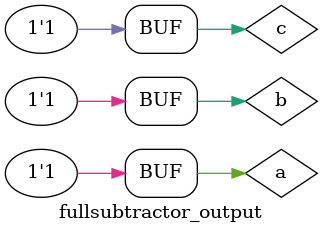
<source format=v>
`timescale 1ns / 1ps


module fullsubtractor_output;

	// Inputs
	reg a;
	reg b;
	reg c;

	// Outputs
	wire diff;
	wire br;

	// Instantiate the Unit Under Test (UUT)
	fullsubtractor uut (
		.a(a), 
		.b(b), 
		.c(c), 
		.diff(diff), 
		.br(br)
	);

	initial begin
		// Initialize Inputs
		a = 0;
		b = 0;
		c = 0;

		// Wait 100 ns for global reset to finish
		#100;
        
		// Add stimulus here
      a = 0;
		b = 0;
		c = 1;
		#100;
		a = 0;
		b = 1;
		c = 0;
		#100;
		a = 0;
		b = 1;
		c = 1;
		#100;
		a = 1;
		b = 0;
		c = 0;
		#100;
		a = 1;
		b = 0;
		c = 1;
		#100;
		a = 1;
		b = 1;
		c = 0;
		#100;
		a = 1;
		b = 1;
		c = 1;
		#100;
	
	end
      
endmodule


</source>
